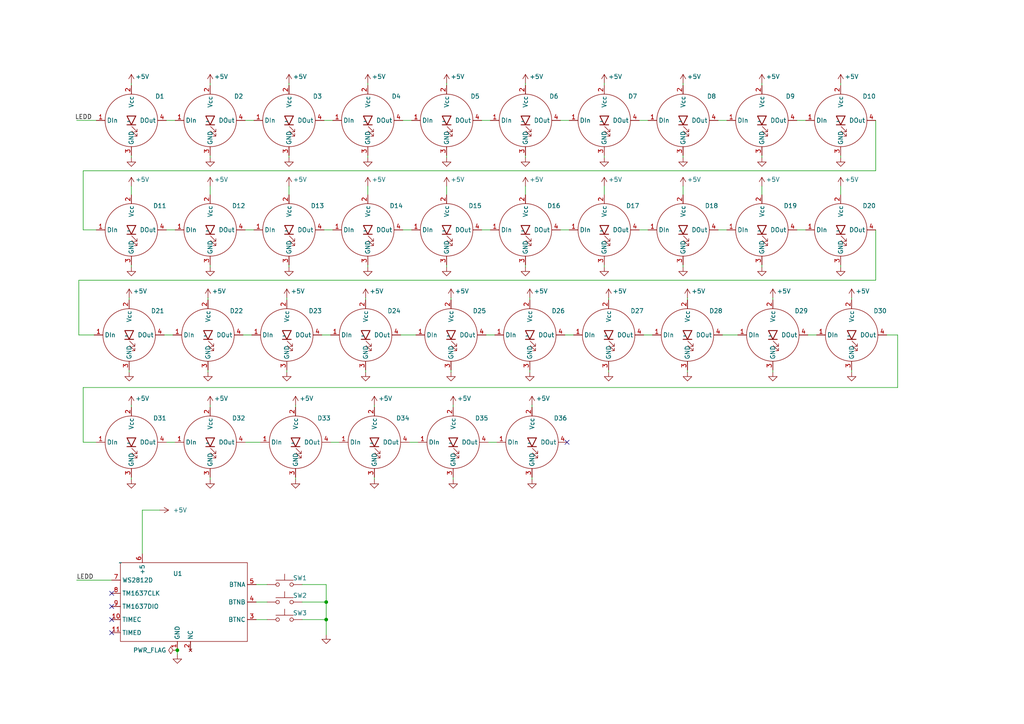
<source format=kicad_sch>
(kicad_sch (version 20230121) (generator eeschema)
  (paper "A4")
  (title_block (title "Berlin Uhr") (date "2024-09-22"))
  (lib_symbols
    (symbol "Switch:SW_Push" (pin_numbers hide) (pin_names (offset 1.016) hide)
      (property "Reference" "SW" (at 1.27 2.54 0))
      (property "Value" "SW_Push" (at 0 -1.524 0))
      (symbol "SW_Push_0_1"
        (circle (center -2.032 0) (radius 0.508))
        (polyline (pts (xy 0 1.27) (xy 0 3.048)))
        (polyline (pts (xy 2.54 1.27) (xy -2.54 1.27)))
        (circle (center 2.032 0) (radius 0.508))
        (pin passive line (at -5.08 0 0) (length 2.54) (name "1") (number "1"))
        (pin passive line (at 5.08 0 180) (length 2.54) (name "2") (number "2"))
      )
    )
    (symbol "TokeiDigital:Movement5037"
      (property "Reference" "U" (at 0 0 0))
      (symbol "Movement5037_0_1"
        (rectangle (start 0 0) (end 36.83 -22.86))
      )
      (symbol "Movement5037_1_1"
        (pin power_in line (at 16.51 -25.4 90) (length 2.54) (name "GND") (number "1"))
        (pin output line (at -2.54 -16.51 0) (length 2.54) (name "TIMEC") (number "10"))
        (pin bidirectional line (at -2.54 -20.32 0) (length 2.54) (name "TIMED") (number "11"))
        (pin no_connect line (at 20.32 -25.4 90) (length 2.54) (name "NC") (number "2"))
        (pin input line (at 39.37 -16.51 180) (length 2.54) (name "BTNC") (number "3"))
        (pin input line (at 39.37 -11.43 180) (length 2.54) (name "BTNB") (number "4"))
        (pin input line (at 39.37 -6.35 180) (length 2.54) (name "BTNA") (number "5"))
        (pin power_out line (at 6.35 2.54 270) (length 2.54) (name "+5") (number "6"))
        (pin output line (at -2.54 -5.08 0) (length 2.54) (name "WS2812D") (number "7"))
        (pin output line (at -2.54 -8.89 0) (length 2.54) (name "TM1637CLK") (number "8"))
        (pin bidirectional line (at -2.54 -12.7 0) (length 2.54) (name "TM1637DIO") (number "9"))
      )
    )
    (symbol "TokeiDigital:WS2812-5MM"
      (property "Reference" "D" (at -9.144 6.858 0))
      (symbol "WS2812-5MM_0_1"
        (polyline (pts (xy 1.27 -1.27) (xy -1.27 -1.27)) (stroke (width 0.254)))
        (polyline (pts (xy 1.27 1.27) (xy -1.27 1.27) (xy 0 -1.27) (xy 1.27 1.27)) (stroke (width 0.254)))
        (polyline (pts (xy 0.127 -3.048) (xy 1.651 -4.572) (xy 1.651 -3.81) (xy 1.651 -4.572) (xy 0.889 -4.572)))
        (polyline (pts (xy 0.127 -1.778) (xy 1.651 -3.302) (xy 1.651 -2.54) (xy 1.651 -3.302) (xy 0.889 -3.302)))
        (circle (center 0 0) (radius 7.62))
      )
      (symbol "WS2812-5MM_1_1"
        (pin input line (at -10.16 0 0) (length 2.54) (name "DIn") (number "1"))
        (pin power_in line (at 0 10.16 270) (length 2.54) (name "Vcc") (number "2"))
        (pin power_in line (at 0 -10.16 90) (length 2.54) (name "GND") (number "3"))
        (pin output line (at 10.16 0 180) (length 2.54) (name "DOut") (number "4"))
      )
    )
    (symbol "power:+5V" (power) (pin_names (offset 0))
      (property "Value" "+5V" (at 0 3.556 0))
      (symbol "+5V_0_1"
        (polyline (pts (xy -0.762 1.27) (xy 0 2.54)))
        (polyline (pts (xy 0 0) (xy 0 2.54)))
        (polyline (pts (xy 0 2.54) (xy 0.762 1.27)))
      )
      (symbol "+5V_1_1"
        (pin power_in line (at 0 0 90) (length 0) hide (name "+5V") (number "1"))
      )
    )
    (symbol "power:GND" (power) (pin_names (offset 0))
      (property "Value" "GND" (at 0 -3.81 0))
      (symbol "GND_0_1"
        (polyline (pts (xy 0 0) (xy 0 -1.27) (xy 1.27 -1.27) (xy 0 -2.54) (xy -1.27 -1.27) (xy 0 -1.27)))
      )
      (symbol "GND_1_1"
        (pin power_in line (at 0 0 270) (length 0) hide (name "GND") (number "1"))
      )
    )
    (symbol "power:PWR_FLAG" (power) (pin_numbers hide) (pin_names (offset 0) hide)
      (property "Value" "PWR_FLAG" (at 0 3.81 0))
      (symbol "PWR_FLAG_0_0"
        (pin power_out line (at 0 0 90) (length 0) (name "pwr") (number "1"))
      )
      (symbol "PWR_FLAG_0_1"
        (polyline (pts (xy 0 0) (xy 0 1.27) (xy -1.016 1.905) (xy 0 2.54) (xy 1.016 1.905) (xy 0 1.27)))
      )
    )
  )
  (junction (at 94.615 179.705))
  (junction (at 94.615 174.625))
  (junction (at 51.435 188.595))
  (no_connect (at 32.385 179.705))
  (no_connect (at 32.385 183.515))
  (no_connect (at 164.465 128.27))
  (no_connect (at 32.385 175.895))
  (no_connect (at 32.385 172.085))
  (wire (pts (xy 83.82 76.835) (xy 83.82 77.47)))
  (wire (pts (xy 24.13 66.675) (xy 27.94 66.675)))
  (wire (pts (xy 254 66.675) (xy 254 81.28)))
  (wire (pts (xy 154.305 117.475) (xy 154.305 118.11)))
  (wire (pts (xy 243.84 45.085) (xy 243.84 45.72)))
  (wire (pts (xy 254 81.28) (xy 22.86 81.28)))
  (wire (pts (xy 175.26 24.13) (xy 175.26 24.765)))
  (wire (pts (xy 162.56 66.675) (xy 165.1 66.675)))
  (wire (pts (xy 199.39 86.36) (xy 199.39 86.995)))
  (wire (pts (xy 254 49.53) (xy 24.13 49.53)))
  (wire (pts (xy 60.325 107.315) (xy 60.325 107.95)))
  (wire (pts (xy 95.885 128.27) (xy 98.425 128.27)))
  (wire (pts (xy 247.015 107.315) (xy 247.015 107.95)))
  (wire (pts (xy 152.4 45.085) (xy 152.4 45.72)))
  (wire (pts (xy 60.96 138.43) (xy 60.96 139.065)))
  (wire (pts (xy 70.485 97.155) (xy 73.025 97.155)))
  (wire (pts (xy 71.12 128.27) (xy 75.565 128.27)))
  (wire (pts (xy 139.7 66.675) (xy 142.24 66.675)))
  (wire (pts (xy 93.98 66.675) (xy 96.52 66.675)))
  (wire (pts (xy 220.98 53.975) (xy 220.98 56.515)))
  (wire (pts (xy 85.725 138.43) (xy 85.725 139.065)))
  (wire (pts (xy 140.97 97.155) (xy 143.51 97.155)))
  (wire (pts (xy 208.28 66.675) (xy 210.82 66.675)))
  (wire (pts (xy 51.435 188.595) (xy 51.435 189.865)))
  (wire (pts (xy 87.63 169.545) (xy 94.615 169.545)))
  (wire (pts (xy 243.84 53.975) (xy 243.84 56.515)))
  (wire (pts (xy 60.96 53.975) (xy 60.96 56.515)))
  (wire (pts (xy 185.42 66.675) (xy 187.96 66.675)))
  (wire (pts (xy 129.54 45.085) (xy 129.54 45.72)))
  (wire (pts (xy 38.1 53.975) (xy 38.1 56.515)))
  (wire (pts (xy 116.84 66.675) (xy 119.38 66.675)))
  (wire (pts (xy 176.53 86.36) (xy 176.53 86.995)))
  (wire (pts (xy 83.185 107.315) (xy 83.185 107.95)))
  (wire (pts (xy 106.68 76.835) (xy 106.68 77.47)))
  (wire (pts (xy 129.54 24.13) (xy 129.54 24.765)))
  (wire (pts (xy 129.54 76.835) (xy 129.54 77.47)))
  (wire (pts (xy 118.745 128.27) (xy 121.285 128.27)))
  (wire (pts (xy 152.4 24.13) (xy 152.4 24.765)))
  (wire (pts (xy 22.86 81.28) (xy 22.86 97.155)))
  (wire (pts (xy 106.045 107.315) (xy 106.045 107.95)))
  (wire (pts (xy 243.84 76.835) (xy 243.84 77.47)))
  (wire (pts (xy 243.84 24.13) (xy 243.84 24.765)))
  (wire (pts (xy 153.67 86.36) (xy 153.67 86.995)))
  (wire (pts (xy 209.55 97.155) (xy 213.995 97.155)))
  (wire (pts (xy 60.325 86.36) (xy 60.325 86.995)))
  (wire (pts (xy 162.56 34.925) (xy 165.1 34.925)))
  (wire (pts (xy 108.585 138.43) (xy 108.585 139.065)))
  (wire (pts (xy 106.045 86.36) (xy 106.045 86.995)))
  (wire (pts (xy 83.185 86.36) (xy 83.185 86.995)))
  (wire (pts (xy 224.155 107.315) (xy 224.155 107.95)))
  (wire (pts (xy 176.53 107.315) (xy 176.53 107.95)))
  (wire (pts (xy 152.4 53.975) (xy 152.4 56.515)))
  (wire (pts (xy 220.98 45.085) (xy 220.98 45.72)))
  (wire (pts (xy 185.42 34.925) (xy 187.96 34.925)))
  (wire (pts (xy 220.98 76.835) (xy 220.98 77.47)))
  (wire (pts (xy 24.13 49.53) (xy 24.13 66.675)))
  (wire (pts (xy 48.26 128.27) (xy 50.8 128.27)))
  (wire (pts (xy 74.295 174.625) (xy 77.47 174.625)))
  (wire (pts (xy 257.175 97.155) (xy 260.35 97.155)))
  (wire (pts (xy 48.26 34.925) (xy 50.8 34.925)))
  (wire (pts (xy 24.13 128.27) (xy 27.94 128.27)))
  (wire (pts (xy 106.68 53.975) (xy 106.68 56.515)))
  (wire (pts (xy 175.26 76.835) (xy 175.26 77.47)))
  (wire (pts (xy 71.12 66.675) (xy 73.66 66.675)))
  (wire (pts (xy 87.63 174.625) (xy 94.615 174.625)))
  (wire (pts (xy 106.68 45.085) (xy 106.68 45.72)))
  (wire (pts (xy 38.1 24.13) (xy 38.1 24.765)))
  (wire (pts (xy 60.96 24.13) (xy 60.96 24.765)))
  (wire (pts (xy 198.12 45.085) (xy 198.12 45.72)))
  (wire (pts (xy 129.54 53.975) (xy 129.54 56.515)))
  (wire (pts (xy 208.28 34.925) (xy 210.82 34.925)))
  (wire (pts (xy 131.445 138.43) (xy 131.445 139.065)))
  (wire (pts (xy 38.1 76.835) (xy 38.1 77.47)))
  (wire (pts (xy 247.015 86.36) (xy 247.015 86.995)))
  (wire (pts (xy 93.98 34.925) (xy 96.52 34.925)))
  (wire (pts (xy 186.69 97.155) (xy 189.23 97.155)))
  (wire (pts (xy 231.14 34.925) (xy 233.68 34.925)))
  (wire (pts (xy 85.725 117.475) (xy 85.725 118.11)))
  (wire (pts (xy 175.26 45.085) (xy 175.26 45.72)))
  (wire (pts (xy 22.86 97.155) (xy 27.305 97.155)))
  (wire (pts (xy 254 34.925) (xy 254 49.53)))
  (wire (pts (xy 48.26 66.675) (xy 50.8 66.675)))
  (wire (pts (xy 94.615 174.625) (xy 94.615 179.705)))
  (wire (pts (xy 116.84 34.925) (xy 119.38 34.925)))
  (wire (pts (xy 199.39 107.315) (xy 199.39 107.95)))
  (wire (pts (xy 38.1 117.475) (xy 38.1 118.11)))
  (wire (pts (xy 74.295 169.545) (xy 77.47 169.545)))
  (wire (pts (xy 139.7 34.925) (xy 142.24 34.925)))
  (wire (pts (xy 108.585 117.475) (xy 108.585 118.11)))
  (wire (pts (xy 131.445 117.475) (xy 131.445 118.11)))
  (wire (pts (xy 22.225 168.275) (xy 32.385 168.275)))
  (wire (pts (xy 47.625 97.155) (xy 50.165 97.155)))
  (wire (pts (xy 41.275 147.955) (xy 46.355 147.955)))
  (wire (pts (xy 220.98 24.13) (xy 220.98 24.765)))
  (wire (pts (xy 37.465 107.315) (xy 37.465 107.95)))
  (wire (pts (xy 38.1 138.43) (xy 38.1 139.065)))
  (wire (pts (xy 94.615 179.705) (xy 94.615 184.15)))
  (wire (pts (xy 71.12 34.925) (xy 73.66 34.925)))
  (wire (pts (xy 198.12 76.835) (xy 198.12 77.47)))
  (wire (pts (xy 260.35 112.395) (xy 24.13 112.395)))
  (wire (pts (xy 60.96 45.085) (xy 60.96 45.72)))
  (wire (pts (xy 198.12 53.975) (xy 198.12 56.515)))
  (wire (pts (xy 153.67 107.315) (xy 153.67 107.95)))
  (wire (pts (xy 175.26 53.975) (xy 175.26 56.515)))
  (wire (pts (xy 74.295 179.705) (xy 77.47 179.705)))
  (wire (pts (xy 116.205 97.155) (xy 120.65 97.155)))
  (wire (pts (xy 60.96 117.475) (xy 60.96 118.11)))
  (wire (pts (xy 130.81 86.36) (xy 130.81 86.995)))
  (wire (pts (xy 38.1 45.085) (xy 38.1 45.72)))
  (wire (pts (xy 83.82 53.975) (xy 83.82 56.515)))
  (wire (pts (xy 24.13 112.395) (xy 24.13 128.27)))
  (wire (pts (xy 231.14 66.675) (xy 233.68 66.675)))
  (wire (pts (xy 130.81 107.315) (xy 130.81 107.95)))
  (wire (pts (xy 60.96 76.835) (xy 60.96 77.47)))
  (wire (pts (xy 141.605 128.27) (xy 144.145 128.27)))
  (wire (pts (xy 41.275 147.955) (xy 41.275 160.655)))
  (wire (pts (xy 163.83 97.155) (xy 166.37 97.155)))
  (wire (pts (xy 224.155 86.36) (xy 224.155 86.995)))
  (wire (pts (xy 234.315 97.155) (xy 236.855 97.155)))
  (wire (pts (xy 93.345 97.155) (xy 95.885 97.155)))
  (wire (pts (xy 154.305 138.43) (xy 154.305 139.065)))
  (wire (pts (xy 83.82 45.085) (xy 83.82 45.72)))
  (wire (pts (xy 22.225 34.925) (xy 27.94 34.925)))
  (wire (pts (xy 152.4 76.835) (xy 152.4 77.47)))
  (wire (pts (xy 106.68 24.13) (xy 106.68 24.765)))
  (wire (pts (xy 94.615 169.545) (xy 94.615 174.625)))
  (wire (pts (xy 87.63 179.705) (xy 94.615 179.705)))
  (wire (pts (xy 83.82 24.13) (xy 83.82 24.765)))
  (wire (pts (xy 37.465 86.36) (xy 37.465 86.995)))
  (wire (pts (xy 260.35 97.155) (xy 260.35 112.395)))
  (wire (pts (xy 198.12 24.13) (xy 198.12 24.765)))
  (label "LEDD" (at 22.225 168.275 0))
  (label "LEDD" (at 26.67 34.925 180))
  (symbol (lib_id "power:GND") (at 83.82 45.72 0) (unit 1)
    (property "Reference" "#PWR013" (effects hide))
    (property "Value" "GND" (effects hide))
  )
  (symbol (lib_id "power:+5V") (at 154.305 117.475 0) (unit 1)
    (property "Reference" "#PWR066" (effects hide))
    (property "Value" "+5V" (at 157.48 115.57 0))
  )
  (symbol (lib_id "power:+5V") (at 83.82 53.975 0) (unit 1)
    (property "Reference" "#PWR023" (effects hide))
    (property "Value" "+5V" (at 86.995 52.07 0))
  )
  (symbol (lib_id "power:+5V") (at 152.4 53.975 0) (unit 1)
    (property "Reference" "#PWR026" (effects hide))
    (property "Value" "+5V" (at 155.575 52.07 0))
  )
  (symbol (lib_id "TokeiDigital:WS2812-5MM") (at 38.1 66.675 0) (unit 1)
    (property "Reference" "D11" (at 46.355 59.69 0))
    (property "Value" "~" (at 37.338 66.929 0))
    (property "Footprint" "TokeiDigital:WS2812-5MM" (effects hide))
  )
  (symbol (lib_id "power:GND") (at 129.54 77.47 0) (unit 1)
    (property "Reference" "#PWR035" (effects hide))
    (property "Value" "GND" (effects hide))
  )
  (symbol (lib_id "power:+5V") (at 198.12 24.13 0) (unit 1)
    (property "Reference" "#PWR08" (effects hide))
    (property "Value" "+5V" (at 201.295 22.225 0))
  )
  (symbol (lib_id "power:GND") (at 94.615 184.15 0) (unit 1)
    (property "Reference" "#PWR074" (effects hide))
    (property "Value" "GND" (effects hide))
  )
  (symbol (lib_id "power:GND") (at 83.185 107.95 0) (unit 1)
    (property "Reference" "#PWR053" (effects hide))
    (property "Value" "GND" (effects hide))
  )
  (symbol (lib_id "power:+5V") (at 60.96 117.475 0) (unit 1)
    (property "Reference" "#PWR062" (effects hide))
    (property "Value" "+5V" (at 64.135 115.57 0))
  )
  (symbol (lib_id "TokeiDigital:WS2812-5MM") (at 129.54 34.925 0) (unit 1)
    (property "Reference" "D5" (at 137.795 27.94 0))
    (property "Value" "~" (at 128.778 35.179 0))
    (property "Footprint" "TokeiDigital:WS2812-5MM" (effects hide))
  )
  (symbol (lib_id "TokeiDigital:WS2812-5MM") (at 224.155 97.155 0) (unit 1)
    (property "Reference" "D29" (at 232.41 90.17 0))
    (property "Value" "~" (at 223.393 97.409 0))
    (property "Footprint" "TokeiDigital:WS2812-5MM" (effects hide))
  )
  (symbol (lib_id "power:GND") (at 152.4 77.47 0) (unit 1)
    (property "Reference" "#PWR036" (effects hide))
    (property "Value" "GND" (effects hide))
  )
  (symbol (lib_id "power:GND") (at 154.305 139.065 0) (unit 1)
    (property "Reference" "#PWR072" (effects hide))
    (property "Value" "GND" (effects hide))
  )
  (symbol (lib_id "TokeiDigital:WS2812-5MM") (at 152.4 66.675 0) (unit 1)
    (property "Reference" "D16" (at 160.655 59.69 0))
    (property "Value" "~" (at 151.638 66.929 0))
    (property "Footprint" "TokeiDigital:WS2812-5MM" (effects hide))
  )
  (symbol (lib_id "TokeiDigital:WS2812-5MM") (at 130.81 97.155 0) (unit 1)
    (property "Reference" "D25" (at 139.065 90.17 0))
    (property "Value" "~" (at 130.048 97.409 0))
    (property "Footprint" "TokeiDigital:WS2812-5MM" (effects hide))
  )
  (symbol (lib_id "power:GND") (at 130.81 107.95 0) (unit 1)
    (property "Reference" "#PWR055" (effects hide))
    (property "Value" "GND" (effects hide))
  )
  (symbol (lib_id "power:+5V") (at 60.325 86.36 0) (unit 1)
    (property "Reference" "#PWR042" (effects hide))
    (property "Value" "+5V" (at 63.5 84.455 0))
  )
  (symbol (lib_id "TokeiDigital:WS2812-5MM") (at 60.96 66.675 0) (unit 1)
    (property "Reference" "D12" (at 69.215 59.69 0))
    (property "Value" "~" (at 60.198 66.929 0))
    (property "Footprint" "TokeiDigital:WS2812-5MM" (effects hide))
  )
  (symbol (lib_id "power:+5V") (at 37.465 86.36 0) (unit 1)
    (property "Reference" "#PWR041" (effects hide))
    (property "Value" "+5V" (at 40.64 84.455 0))
  )
  (symbol (lib_id "Switch:SW_Push") (at 82.55 179.705 0) (unit 1)
    (property "Reference" "SW3" (at 86.995 177.8 0))
    (property "Value" "SW_Push" (effects hide))
    (property "Footprint" "TokeiDigital:Tactile SW SMD" (effects hide))
  )
  (symbol (lib_id "power:+5V") (at 153.67 86.36 0) (unit 1)
    (property "Reference" "#PWR046" (effects hide))
    (property "Value" "+5V" (at 156.845 84.455 0))
  )
  (symbol (lib_id "power:GND") (at 106.68 45.72 0) (unit 1)
    (property "Reference" "#PWR014" (effects hide))
    (property "Value" "GND" (effects hide))
  )
  (symbol (lib_id "power:+5V") (at 108.585 117.475 0) (unit 1)
    (property "Reference" "#PWR064" (effects hide))
    (property "Value" "+5V" (at 111.76 115.57 0))
  )
  (symbol (lib_id "power:GND") (at 129.54 45.72 0) (unit 1)
    (property "Reference" "#PWR015" (effects hide))
    (property "Value" "GND" (effects hide))
  )
  (symbol (lib_id "TokeiDigital:WS2812-5MM") (at 198.12 66.675 0) (unit 1)
    (property "Reference" "D18" (at 206.375 59.69 0))
    (property "Value" "~" (at 197.358 66.929 0))
    (property "Footprint" "TokeiDigital:WS2812-5MM" (effects hide))
  )
  (symbol (lib_id "power:+5V") (at 106.68 24.13 0) (unit 1)
    (property "Reference" "#PWR04" (effects hide))
    (property "Value" "+5V" (at 109.855 22.225 0))
  )
  (symbol (lib_id "power:GND") (at 176.53 107.95 0) (unit 1)
    (property "Reference" "#PWR057" (effects hide))
    (property "Value" "GND" (effects hide))
  )
  (symbol (lib_id "TokeiDigital:WS2812-5MM") (at 60.325 97.155 0) (unit 1)
    (property "Reference" "D22" (at 68.58 90.17 0))
    (property "Value" "~" (at 59.563 97.409 0))
    (property "Footprint" "TokeiDigital:WS2812-5MM" (effects hide))
  )
  (symbol (lib_id "power:GND") (at 38.1 77.47 0) (unit 1)
    (property "Reference" "#PWR031" (effects hide))
    (property "Value" "GND" (effects hide))
  )
  (symbol (lib_id "power:+5V") (at 60.96 24.13 0) (unit 1)
    (property "Reference" "#PWR02" (effects hide))
    (property "Value" "+5V" (at 64.135 22.225 0))
  )
  (symbol (lib_id "power:GND") (at 131.445 139.065 0) (unit 1)
    (property "Reference" "#PWR071" (effects hide))
    (property "Value" "GND" (effects hide))
  )
  (symbol (lib_id "power:GND") (at 83.82 77.47 0) (unit 1)
    (property "Reference" "#PWR033" (effects hide))
    (property "Value" "GND" (effects hide))
  )
  (symbol (lib_id "TokeiDigital:WS2812-5MM") (at 220.98 66.675 0) (unit 1)
    (property "Reference" "D19" (at 229.235 59.69 0))
    (property "Value" "~" (at 220.218 66.929 0))
    (property "Footprint" "TokeiDigital:WS2812-5MM" (effects hide))
  )
  (symbol (lib_id "TokeiDigital:WS2812-5MM") (at 220.98 34.925 0) (unit 1)
    (property "Reference" "D9" (at 229.235 27.94 0))
    (property "Value" "~" (at 220.218 35.179 0))
    (property "Footprint" "TokeiDigital:WS2812-5MM" (effects hide))
  )
  (symbol (lib_id "power:GND") (at 220.98 45.72 0) (unit 1)
    (property "Reference" "#PWR019" (effects hide))
    (property "Value" "GND" (effects hide))
  )
  (symbol (lib_id "power:GND") (at 243.84 77.47 0) (unit 1)
    (property "Reference" "#PWR040" (effects hide))
    (property "Value" "GND" (effects hide))
  )
  (symbol (lib_id "power:+5V") (at 220.98 24.13 0) (unit 1)
    (property "Reference" "#PWR09" (effects hide))
    (property "Value" "+5V" (at 224.155 22.225 0))
  )
  (symbol (lib_id "power:+5V") (at 129.54 24.13 0) (unit 1)
    (property "Reference" "#PWR05" (effects hide))
    (property "Value" "+5V" (at 132.715 22.225 0))
  )
  (symbol (lib_id "TokeiDigital:WS2812-5MM") (at 176.53 97.155 0) (unit 1)
    (property "Reference" "D27" (at 184.785 90.17 0))
    (property "Value" "~" (at 175.768 97.409 0))
    (property "Footprint" "TokeiDigital:WS2812-5MM" (effects hide))
  )
  (symbol (lib_id "power:GND") (at 220.98 77.47 0) (unit 1)
    (property "Reference" "#PWR039" (effects hide))
    (property "Value" "GND" (effects hide))
  )
  (symbol (lib_id "TokeiDigital:WS2812-5MM") (at 106.68 34.925 0) (unit 1)
    (property "Reference" "D4" (at 114.935 27.94 0))
    (property "Value" "~" (at 105.918 35.179 0))
    (property "Footprint" "TokeiDigital:WS2812-5MM" (effects hide))
  )
  (symbol (lib_id "TokeiDigital:WS2812-5MM") (at 131.445 128.27 0) (unit 1)
    (property "Reference" "D35" (at 139.7 121.285 0))
    (property "Value" "~" (at 130.683 128.524 0))
    (property "Footprint" "TokeiDigital:WS2812-5MM" (effects hide))
  )
  (symbol (lib_id "power:+5V") (at 129.54 53.975 0) (unit 1)
    (property "Reference" "#PWR025" (effects hide))
    (property "Value" "+5V" (at 132.715 52.07 0))
  )
  (symbol (lib_id "power:+5V") (at 176.53 86.36 0) (unit 1)
    (property "Reference" "#PWR047" (effects hide))
    (property "Value" "+5V" (at 179.705 84.455 0))
  )
  (symbol (lib_id "power:GND") (at 38.1 139.065 0) (unit 1)
    (property "Reference" "#PWR067" (effects hide))
    (property "Value" "GND" (effects hide))
  )
  (symbol (lib_id "TokeiDigital:WS2812-5MM") (at 60.96 128.27 0) (unit 1)
    (property "Reference" "D32" (at 69.215 121.285 0))
    (property "Value" "~" (at 60.198 128.524 0))
    (property "Footprint" "TokeiDigital:WS2812-5MM" (effects hide))
  )
  (symbol (lib_id "power:+5V") (at 199.39 86.36 0) (unit 1)
    (property "Reference" "#PWR048" (effects hide))
    (property "Value" "+5V" (at 202.565 84.455 0))
  )
  (symbol (lib_id "TokeiDigital:WS2812-5MM") (at 37.465 97.155 0) (unit 1)
    (property "Reference" "D21" (at 45.72 90.17 0))
    (property "Value" "~" (at 36.703 97.409 0))
    (property "Footprint" "TokeiDigital:WS2812-5MM" (effects hide))
  )
  (symbol (lib_id "power:+5V") (at 60.96 53.975 0) (unit 1)
    (property "Reference" "#PWR022" (effects hide))
    (property "Value" "+5V" (at 64.135 52.07 0))
  )
  (symbol (lib_id "power:GND") (at 51.435 189.865 0) (unit 1)
    (property "Reference" "#PWR075" (effects hide))
    (property "Value" "GND" (effects hide))
  )
  (symbol (lib_id "TokeiDigital:WS2812-5MM") (at 243.84 66.675 0) (unit 1)
    (property "Reference" "D20" (at 252.095 59.69 0))
    (property "Value" "~" (at 243.078 66.929 0))
    (property "Footprint" "TokeiDigital:WS2812-5MM" (effects hide))
  )
  (symbol (lib_id "power:+5V") (at 46.355 147.955 270) (unit 1)
    (property "Reference" "#PWR073" (effects hide))
    (property "Value" "+5V" (at 50.165 147.955 90) (effects (justify left)))
  )
  (symbol (lib_id "TokeiDigital:WS2812-5MM") (at 83.82 34.925 0) (unit 1)
    (property "Reference" "D3" (at 92.075 27.94 0))
    (property "Value" "~" (at 83.058 35.179 0))
    (property "Footprint" "TokeiDigital:WS2812-5MM" (effects hide))
  )
  (symbol (lib_id "power:+5V") (at 38.1 117.475 0) (unit 1)
    (property "Reference" "#PWR061" (effects hide))
    (property "Value" "+5V" (at 41.275 115.57 0))
  )
  (symbol (lib_id "Switch:SW_Push") (at 82.55 169.545 0) (unit 1)
    (property "Reference" "SW1" (at 86.995 167.64 0))
    (property "Value" "SW_Push" (effects hide))
    (property "Footprint" "TokeiDigital:Tactile SW SMD" (effects hide))
  )
  (symbol (lib_id "power:GND") (at 108.585 139.065 0) (unit 1)
    (property "Reference" "#PWR070" (effects hide))
    (property "Value" "GND" (effects hide))
  )
  (symbol (lib_id "power:GND") (at 38.1 45.72 0) (unit 1)
    (property "Reference" "#PWR011" (effects hide))
    (property "Value" "GND" (effects hide))
  )
  (symbol (lib_id "power:+5V") (at 243.84 53.975 0) (unit 1)
    (property "Reference" "#PWR030" (effects hide))
    (property "Value" "+5V" (at 247.015 52.07 0))
  )
  (symbol (lib_id "TokeiDigital:WS2812-5MM") (at 175.26 66.675 0) (unit 1)
    (property "Reference" "D17" (at 183.515 59.69 0))
    (property "Value" "~" (at 174.498 66.929 0))
    (property "Footprint" "TokeiDigital:WS2812-5MM" (effects hide))
  )
  (symbol (lib_id "TokeiDigital:Movement5037") (at 34.925 163.195 0) (unit 1)
    (property "Reference" "U1" (at 50.165 166.37 0) (effects (justify left)))
    (property "Value" "~" (at 34.925 163.195 0))
    (property "Footprint" "TokeiDigital:Movement5037 TH" (effects hide))
  )
  (symbol (lib_id "power:GND") (at 152.4 45.72 0) (unit 1)
    (property "Reference" "#PWR016" (effects hide))
    (property "Value" "GND" (effects hide))
  )
  (symbol (lib_id "Switch:SW_Push") (at 82.55 174.625 0) (unit 1)
    (property "Reference" "SW2" (at 86.995 172.72 0))
    (property "Value" "SW_Push" (effects hide))
    (property "Footprint" "TokeiDigital:Tactile SW SMD" (effects hide))
  )
  (symbol (lib_id "power:GND") (at 175.26 77.47 0) (unit 1)
    (property "Reference" "#PWR037" (effects hide))
    (property "Value" "GND" (effects hide))
  )
  (symbol (lib_id "power:GND") (at 198.12 77.47 0) (unit 1)
    (property "Reference" "#PWR038" (effects hide))
    (property "Value" "GND" (effects hide))
  )
  (symbol (lib_id "TokeiDigital:WS2812-5MM") (at 129.54 66.675 0) (unit 1)
    (property "Reference" "D15" (at 137.795 59.69 0))
    (property "Value" "~" (at 128.778 66.929 0))
    (property "Footprint" "TokeiDigital:WS2812-5MM" (effects hide))
  )
  (symbol (lib_id "TokeiDigital:WS2812-5MM") (at 83.185 97.155 0) (unit 1)
    (property "Reference" "D23" (at 91.44 90.17 0))
    (property "Value" "~" (at 82.423 97.409 0))
    (property "Footprint" "TokeiDigital:WS2812-5MM" (effects hide))
  )
  (symbol (lib_id "power:+5V") (at 175.26 24.13 0) (unit 1)
    (property "Reference" "#PWR07" (effects hide))
    (property "Value" "+5V" (at 178.435 22.225 0))
  )
  (symbol (lib_id "power:+5V") (at 83.185 86.36 0) (unit 1)
    (property "Reference" "#PWR043" (effects hide))
    (property "Value" "+5V" (at 86.36 84.455 0))
  )
  (symbol (lib_id "power:+5V") (at 220.98 53.975 0) (unit 1)
    (property "Reference" "#PWR029" (effects hide))
    (property "Value" "+5V" (at 224.155 52.07 0))
  )
  (symbol (lib_id "TokeiDigital:WS2812-5MM") (at 247.015 97.155 0) (unit 1)
    (property "Reference" "D30" (at 255.27 90.17 0))
    (property "Value" "~" (at 246.253 97.409 0))
    (property "Footprint" "TokeiDigital:WS2812-5MM" (effects hide))
  )
  (symbol (lib_id "power:+5V") (at 38.1 53.975 0) (unit 1)
    (property "Reference" "#PWR021" (effects hide))
    (property "Value" "+5V" (at 41.275 52.07 0))
  )
  (symbol (lib_id "power:+5V") (at 175.26 53.975 0) (unit 1)
    (property "Reference" "#PWR027" (effects hide))
    (property "Value" "+5V" (at 178.435 52.07 0))
  )
  (symbol (lib_id "power:GND") (at 60.96 45.72 0) (unit 1)
    (property "Reference" "#PWR012" (effects hide))
    (property "Value" "GND" (effects hide))
  )
  (symbol (lib_id "power:GND") (at 60.325 107.95 0) (unit 1)
    (property "Reference" "#PWR052" (effects hide))
    (property "Value" "GND" (effects hide))
  )
  (symbol (lib_id "power:+5V") (at 85.725 117.475 0) (unit 1)
    (property "Reference" "#PWR063" (effects hide))
    (property "Value" "+5V" (at 88.9 115.57 0))
  )
  (symbol (lib_id "power:GND") (at 224.155 107.95 0) (unit 1)
    (property "Reference" "#PWR059" (effects hide))
    (property "Value" "GND" (effects hide))
  )
  (symbol (lib_id "TokeiDigital:WS2812-5MM") (at 85.725 128.27 0) (unit 1)
    (property "Reference" "D33" (at 93.98 121.285 0))
    (property "Value" "~" (at 84.963 128.524 0))
    (property "Footprint" "TokeiDigital:WS2812-5MM" (effects hide))
  )
  (symbol (lib_id "TokeiDigital:WS2812-5MM") (at 175.26 34.925 0) (unit 1)
    (property "Reference" "D7" (at 183.515 27.94 0))
    (property "Value" "~" (at 174.498 35.179 0))
    (property "Footprint" "TokeiDigital:WS2812-5MM" (effects hide))
  )
  (symbol (lib_id "power:+5V") (at 131.445 117.475 0) (unit 1)
    (property "Reference" "#PWR065" (effects hide))
    (property "Value" "+5V" (at 134.62 115.57 0))
  )
  (symbol (lib_id "power:+5V") (at 198.12 53.975 0) (unit 1)
    (property "Reference" "#PWR028" (effects hide))
    (property "Value" "+5V" (at 201.295 52.07 0))
  )
  (symbol (lib_id "power:GND") (at 199.39 107.95 0) (unit 1)
    (property "Reference" "#PWR058" (effects hide))
    (property "Value" "GND" (effects hide))
  )
  (symbol (lib_id "power:GND") (at 198.12 45.72 0) (unit 1)
    (property "Reference" "#PWR018" (effects hide))
    (property "Value" "GND" (effects hide))
  )
  (symbol (lib_id "TokeiDigital:WS2812-5MM") (at 60.96 34.925 0) (unit 1)
    (property "Reference" "D2" (at 69.215 27.94 0))
    (property "Value" "~" (at 60.198 35.179 0))
    (property "Footprint" "TokeiDigital:WS2812-5MM" (effects hide))
  )
  (symbol (lib_id "TokeiDigital:WS2812-5MM") (at 83.82 66.675 0) (unit 1)
    (property "Reference" "D13" (at 92.075 59.69 0))
    (property "Value" "~" (at 83.058 66.929 0))
    (property "Footprint" "TokeiDigital:WS2812-5MM" (effects hide))
  )
  (symbol (lib_id "TokeiDigital:WS2812-5MM") (at 106.68 66.675 0) (unit 1)
    (property "Reference" "D14" (at 114.935 59.69 0))
    (property "Value" "~" (at 105.918 66.929 0))
    (property "Footprint" "TokeiDigital:WS2812-5MM" (effects hide))
  )
  (symbol (lib_id "power:+5V") (at 224.155 86.36 0) (unit 1)
    (property "Reference" "#PWR049" (effects hide))
    (property "Value" "+5V" (at 227.33 84.455 0))
  )
  (symbol (lib_id "power:+5V") (at 106.68 53.975 0) (unit 1)
    (property "Reference" "#PWR024" (effects hide))
    (property "Value" "+5V" (at 109.855 52.07 0))
  )
  (symbol (lib_id "power:GND") (at 60.96 77.47 0) (unit 1)
    (property "Reference" "#PWR032" (effects hide))
    (property "Value" "GND" (effects hide))
  )
  (symbol (lib_id "power:GND") (at 106.045 107.95 0) (unit 1)
    (property "Reference" "#PWR054" (effects hide))
    (property "Value" "GND" (effects hide))
  )
  (symbol (lib_id "TokeiDigital:WS2812-5MM") (at 106.045 97.155 0) (unit 1)
    (property "Reference" "D24" (at 114.3 90.17 0))
    (property "Value" "~" (at 105.283 97.409 0))
    (property "Footprint" "TokeiDigital:WS2812-5MM" (effects hide))
  )
  (symbol (lib_id "power:+5V") (at 152.4 24.13 0) (unit 1)
    (property "Reference" "#PWR06" (effects hide))
    (property "Value" "+5V" (at 155.575 22.225 0))
  )
  (symbol (lib_id "power:GND") (at 60.96 139.065 0) (unit 1)
    (property "Reference" "#PWR068" (effects hide))
    (property "Value" "GND" (effects hide))
  )
  (symbol (lib_id "power:+5V") (at 83.82 24.13 0) (unit 1)
    (property "Reference" "#PWR03" (effects hide))
    (property "Value" "+5V" (at 86.995 22.225 0))
  )
  (symbol (lib_id "power:GND") (at 106.68 77.47 0) (unit 1)
    (property "Reference" "#PWR034" (effects hide))
    (property "Value" "GND" (effects hide))
  )
  (symbol (lib_id "power:GND") (at 175.26 45.72 0) (unit 1)
    (property "Reference" "#PWR017" (effects hide))
    (property "Value" "GND" (effects hide))
  )
  (symbol (lib_id "TokeiDigital:WS2812-5MM") (at 198.12 34.925 0) (unit 1)
    (property "Reference" "D8" (at 206.375 27.94 0))
    (property "Value" "~" (at 197.358 35.179 0))
    (property "Footprint" "TokeiDigital:WS2812-5MM" (effects hide))
  )
  (symbol (lib_id "power:GND") (at 153.67 107.95 0) (unit 1)
    (property "Reference" "#PWR056" (effects hide))
    (property "Value" "GND" (effects hide))
  )
  (symbol (lib_id "power:GND") (at 243.84 45.72 0) (unit 1)
    (property "Reference" "#PWR020" (effects hide))
    (property "Value" "GND" (effects hide))
  )
  (symbol (lib_id "TokeiDigital:WS2812-5MM") (at 38.1 128.27 0) (unit 1)
    (property "Reference" "D31" (at 46.355 121.285 0))
    (property "Value" "~" (at 37.338 128.524 0))
    (property "Footprint" "TokeiDigital:WS2812-5MM" (effects hide))
  )
  (symbol (lib_id "power:+5V") (at 130.81 86.36 0) (unit 1)
    (property "Reference" "#PWR045" (effects hide))
    (property "Value" "+5V" (at 133.985 84.455 0))
  )
  (symbol (lib_id "power:GND") (at 37.465 107.95 0) (unit 1)
    (property "Reference" "#PWR051" (effects hide))
    (property "Value" "GND" (effects hide))
  )
  (symbol (lib_id "TokeiDigital:WS2812-5MM") (at 199.39 97.155 0) (unit 1)
    (property "Reference" "D28" (at 207.645 90.17 0))
    (property "Value" "~" (at 198.628 97.409 0))
    (property "Footprint" "TokeiDigital:WS2812-5MM" (effects hide))
  )
  (symbol (lib_id "power:GND") (at 85.725 139.065 0) (unit 1)
    (property "Reference" "#PWR069" (effects hide))
    (property "Value" "GND" (effects hide))
  )
  (symbol (lib_id "TokeiDigital:WS2812-5MM") (at 108.585 128.27 0) (unit 1)
    (property "Reference" "D34" (at 116.84 121.285 0))
    (property "Value" "~" (at 107.823 128.524 0))
    (property "Footprint" "TokeiDigital:WS2812-5MM" (effects hide))
  )
  (symbol (lib_id "TokeiDigital:WS2812-5MM") (at 243.84 34.925 0) (unit 1)
    (property "Reference" "D10" (at 252.095 27.94 0))
    (property "Value" "~" (at 243.078 35.179 0))
    (property "Footprint" "TokeiDigital:WS2812-5MM" (effects hide))
  )
  (symbol (lib_id "power:+5V") (at 247.015 86.36 0) (unit 1)
    (property "Reference" "#PWR050" (effects hide))
    (property "Value" "+5V" (at 250.19 84.455 0))
  )
  (symbol (lib_id "power:+5V") (at 106.045 86.36 0) (unit 1)
    (property "Reference" "#PWR044" (effects hide))
    (property "Value" "+5V" (at 109.22 84.455 0))
  )
  (symbol (lib_id "TokeiDigital:WS2812-5MM") (at 38.1 34.925 0) (unit 1)
    (property "Reference" "D1" (at 46.355 27.94 0))
    (property "Value" "~" (at 37.338 35.179 0))
    (property "Footprint" "TokeiDigital:WS2812-5MM" (effects hide))
  )
  (symbol (lib_id "TokeiDigital:WS2812-5MM") (at 154.305 128.27 0) (unit 1)
    (property "Reference" "D36" (at 162.56 121.285 0))
    (property "Value" "~" (at 153.543 128.524 0))
    (property "Footprint" "TokeiDigital:WS2812-5MM" (effects hide))
  )
  (symbol (lib_id "power:GND") (at 247.015 107.95 0) (unit 1)
    (property "Reference" "#PWR060" (effects hide))
    (property "Value" "GND" (effects hide))
  )
  (symbol (lib_id "power:PWR_FLAG") (at 51.435 188.595 90) (unit 1)
    (property "Reference" "#FLG02" (effects hide))
    (property "Value" "PWR_FLAG" (at 48.26 188.595 90) (effects (justify left)))
  )
  (symbol (lib_id "TokeiDigital:WS2812-5MM") (at 153.67 97.155 0) (unit 1)
    (property "Reference" "D26" (at 161.925 90.17 0))
    (property "Value" "~" (at 152.908 97.409 0))
    (property "Footprint" "TokeiDigital:WS2812-5MM" (effects hide))
  )
  (symbol (lib_id "power:+5V") (at 243.84 24.13 0) (unit 1)
    (property "Reference" "#PWR010" (effects hide))
    (property "Value" "+5V" (at 247.015 22.225 0))
  )
  (symbol (lib_id "TokeiDigital:WS2812-5MM") (at 152.4 34.925 0) (unit 1)
    (property "Reference" "D6" (at 160.655 27.94 0))
    (property "Value" "~" (at 151.638 35.179 0))
    (property "Footprint" "TokeiDigital:WS2812-5MM" (effects hide))
  )
  (symbol (lib_id "power:+5V") (at 38.1 24.13 0) (unit 1)
    (property "Reference" "#PWR01" (effects hide))
    (property "Value" "+5V" (at 41.275 22.225 0))
  )
)
</source>
